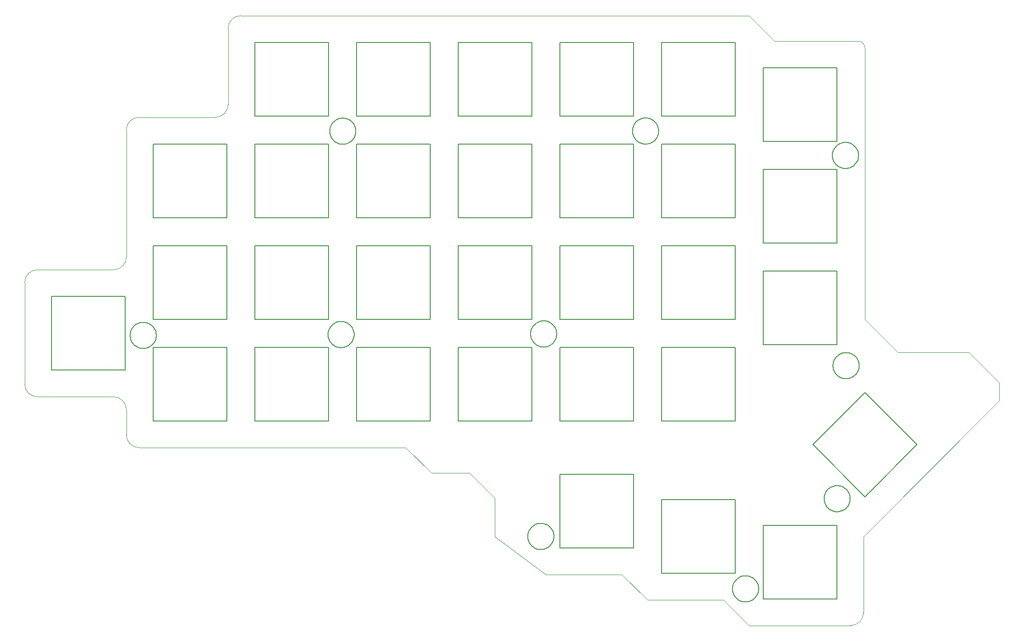
<source format=gbr>
%TF.GenerationSoftware,KiCad,Pcbnew,5.1.9*%
%TF.CreationDate,2021-04-07T23:37:45+02:00*%
%TF.ProjectId,Crystal-Zeliska-plate,43727973-7461-46c2-9d5a-656c69736b61,rev?*%
%TF.SameCoordinates,Original*%
%TF.FileFunction,Profile,NP*%
%FSLAX46Y46*%
G04 Gerber Fmt 4.6, Leading zero omitted, Abs format (unit mm)*
G04 Created by KiCad (PCBNEW 5.1.9) date 2021-04-07 23:37:45*
%MOMM*%
%LPD*%
G01*
G04 APERTURE LIST*
%TA.AperFunction,Profile*%
%ADD10C,0.100000*%
%TD*%
%TA.AperFunction,Profile*%
%ADD11C,0.200000*%
%TD*%
G04 APERTURE END LIST*
D10*
X63673735Y-115855347D02*
G75*
G02*
X61291216Y-113472143I685J2383204D01*
G01*
X58911241Y-106331847D02*
G75*
G02*
X61291215Y-108709642I3179J-2376793D01*
G01*
X44624244Y-106330347D02*
G75*
G02*
X42241216Y-103947143I176J2383204D01*
G01*
X42239831Y-84928638D02*
G75*
G02*
X44624245Y-82513862I2384589J29998D01*
G01*
X61290396Y-80132617D02*
G75*
G02*
X58911237Y-82514622I-2375976J-6023D01*
G01*
X61285412Y-56322126D02*
G75*
G02*
X63673736Y-53939623I2389008J-6514D01*
G01*
X80345404Y-51557609D02*
G75*
G02*
X77961237Y-53939622I-2380984J-1031D01*
G01*
X80345407Y-37272136D02*
G75*
G02*
X82723737Y-34889624I2379013J3496D01*
G01*
X198464420Y-39698599D02*
G75*
G02*
X199674420Y-40898640I0J-1210041D01*
G01*
X199402863Y-146809643D02*
G75*
G02*
X197024420Y-149187083I-2378443J1003D01*
G01*
X205854420Y-97968640D02*
X219114420Y-97968640D01*
X82723736Y-34889623D02*
X177973736Y-34889623D01*
X80342994Y-51557611D02*
X80341216Y-37272143D01*
X63673736Y-53939623D02*
X77961744Y-53938861D01*
X61292994Y-80132611D02*
X61285413Y-56322126D01*
X44624244Y-82513861D02*
X58911744Y-82513861D01*
X42241216Y-103947143D02*
X42239831Y-84928638D01*
X58911236Y-106327123D02*
X44624244Y-106326361D01*
X61291216Y-113472143D02*
X61291216Y-108709643D01*
X113678716Y-115852123D02*
X63674244Y-115851361D01*
X118441216Y-120614623D02*
X113678716Y-115852123D01*
X125586236Y-120614623D02*
X118441216Y-120614623D01*
X130348736Y-125377123D02*
X125586236Y-120614623D01*
X130348736Y-132522143D02*
X130348736Y-125377123D01*
X139873736Y-139664623D02*
X130348736Y-132522143D01*
X154161236Y-139664623D02*
X139873736Y-139664623D01*
X158923736Y-144427123D02*
X154161236Y-139664623D01*
X173211236Y-144427123D02*
X158923736Y-144427123D01*
X177973736Y-149187083D02*
X173211236Y-144427123D01*
X197023736Y-149187083D02*
X177973736Y-149187083D01*
X199403716Y-132522143D02*
X199403716Y-146809643D01*
X224857219Y-107068640D02*
X199403716Y-132522143D01*
X224854420Y-103708640D02*
X224857219Y-107068640D01*
X219114420Y-97968640D02*
X224854420Y-103708640D01*
X199674420Y-91788640D02*
X205854420Y-97968640D01*
X199674420Y-40898640D02*
X199674420Y-91788640D01*
X182736236Y-39652123D02*
X198464420Y-39698640D01*
X177973736Y-34889623D02*
X182736236Y-39652123D01*
D11*
X180597556Y-144183283D02*
X194397376Y-144183283D01*
X194397376Y-130383463D02*
X180597556Y-130383463D01*
X194397376Y-130383463D02*
X194397376Y-144183283D01*
X180597556Y-144183283D02*
X180597556Y-130383463D01*
X189924436Y-115288243D02*
X199683116Y-105532103D01*
X209441796Y-115288243D02*
X199683116Y-125046923D01*
X209441796Y-115288243D02*
X199683116Y-105532103D01*
X189924436Y-115288243D02*
X199683116Y-125046923D01*
X180597556Y-96558283D02*
X194397376Y-96558283D01*
X194397376Y-82758463D02*
X180597556Y-82758463D01*
X194397376Y-82758463D02*
X194397376Y-96558283D01*
X180597556Y-96558283D02*
X180597556Y-82758463D01*
X180597556Y-77508283D02*
X180597556Y-63708463D01*
X194397376Y-63708463D02*
X194397376Y-77508283D01*
X194397376Y-63708463D02*
X180597556Y-63708463D01*
X180597556Y-77508283D02*
X194397376Y-77508283D01*
X180597556Y-58458283D02*
X194397376Y-58458283D01*
X194397376Y-44658463D02*
X180597556Y-44658463D01*
X194397376Y-44658463D02*
X194397376Y-58458283D01*
X180597556Y-58458283D02*
X180597556Y-44658463D01*
X161547556Y-110845783D02*
X175347376Y-110845783D01*
X175347376Y-97045963D02*
X161547556Y-97045963D01*
X175347376Y-97045963D02*
X175347376Y-110845783D01*
X161547556Y-110845783D02*
X161547556Y-97045963D01*
X161547556Y-91795783D02*
X175347376Y-91795783D01*
X175347376Y-77995963D02*
X161547556Y-77995963D01*
X175347376Y-77995963D02*
X175347376Y-91795783D01*
X161547556Y-91795783D02*
X161547556Y-77995963D01*
X161547556Y-72745783D02*
X161547556Y-58945963D01*
X175347376Y-58945963D02*
X175347376Y-72745783D01*
X175347376Y-58945963D02*
X161547556Y-58945963D01*
X161547556Y-72745783D02*
X175347376Y-72745783D01*
X142497556Y-134658283D02*
X142497556Y-120858463D01*
X156297376Y-120858463D02*
X156297376Y-134658283D01*
X156297376Y-120858463D02*
X142497556Y-120858463D01*
X142497556Y-134658283D02*
X156297376Y-134658283D01*
X142497556Y-110845783D02*
X156297376Y-110845783D01*
X156297376Y-97045963D02*
X142497556Y-97045963D01*
X156297376Y-97045963D02*
X156297376Y-110845783D01*
X142497556Y-110845783D02*
X142497556Y-97045963D01*
X142497556Y-91795783D02*
X156297376Y-91795783D01*
X156297376Y-77995963D02*
X142497556Y-77995963D01*
X156297376Y-77995963D02*
X156297376Y-91795783D01*
X142497556Y-91795783D02*
X142497556Y-77995963D01*
X142497556Y-72745783D02*
X142497556Y-58945963D01*
X156297376Y-58945963D02*
X156297376Y-72745783D01*
X156297376Y-58945963D02*
X142497556Y-58945963D01*
X142497556Y-72745783D02*
X156297376Y-72745783D01*
X142497556Y-53695783D02*
X142497556Y-39895963D01*
X156297376Y-39895963D02*
X156297376Y-53695783D01*
X156297376Y-39895963D02*
X142497556Y-39895963D01*
X142497556Y-53695783D02*
X156297376Y-53695783D01*
X123447556Y-110845783D02*
X137247376Y-110845783D01*
X137247376Y-97045963D02*
X123447556Y-97045963D01*
X137247376Y-97045963D02*
X137247376Y-110845783D01*
X123447556Y-110845783D02*
X123447556Y-97045963D01*
X123447556Y-91795783D02*
X123447556Y-77995963D01*
X137247376Y-77995963D02*
X137247376Y-91795783D01*
X137247376Y-77995963D02*
X123447556Y-77995963D01*
X123447556Y-91795783D02*
X137247376Y-91795783D01*
X123447556Y-72745783D02*
X123447556Y-58945963D01*
X137247376Y-58945963D02*
X137247376Y-72745783D01*
X137247376Y-58945963D02*
X123447556Y-58945963D01*
X123447556Y-72745783D02*
X137247376Y-72745783D01*
X123447556Y-53695783D02*
X123447556Y-39895963D01*
X137247376Y-39895963D02*
X137247376Y-53695783D01*
X137247376Y-39895963D02*
X123447556Y-39895963D01*
X123447556Y-53695783D02*
X137247376Y-53695783D01*
X104397556Y-110845783D02*
X118197376Y-110845783D01*
X118197376Y-97045963D02*
X104397556Y-97045963D01*
X118197376Y-97045963D02*
X118197376Y-110845783D01*
X104397556Y-110845783D02*
X104397556Y-97045963D01*
X104397556Y-72745783D02*
X104397556Y-58945963D01*
X118197376Y-58945963D02*
X118197376Y-72745783D01*
X118197376Y-58945963D02*
X104397556Y-58945963D01*
X104397556Y-72745783D02*
X118197376Y-72745783D01*
X104397556Y-53695783D02*
X104397556Y-39895963D01*
X118197376Y-39895963D02*
X118197376Y-53695783D01*
X118197376Y-39895963D02*
X104397556Y-39895963D01*
X104397556Y-53695783D02*
X118197376Y-53695783D01*
X85347556Y-110845783D02*
X85347556Y-97045963D01*
X99147376Y-97045963D02*
X99147376Y-110845783D01*
X99147376Y-97045963D02*
X85347556Y-97045963D01*
X85347556Y-110845783D02*
X99147376Y-110845783D01*
X85347556Y-91795783D02*
X99147376Y-91795783D01*
X99147376Y-77995963D02*
X85347556Y-77995963D01*
X99147376Y-77995963D02*
X99147376Y-91795783D01*
X85347556Y-91795783D02*
X85347556Y-77995963D01*
X85347556Y-72745783D02*
X99147376Y-72745783D01*
X99147376Y-58945963D02*
X85347556Y-58945963D01*
X99147376Y-58945963D02*
X99147376Y-72745783D01*
X85347556Y-72745783D02*
X85347556Y-58945963D01*
X85347556Y-53695783D02*
X99147376Y-53695783D01*
X99147376Y-39895963D02*
X85347556Y-39895963D01*
X99147376Y-39895963D02*
X99147376Y-53695783D01*
X85347556Y-53695783D02*
X85347556Y-39895963D01*
X47247556Y-101320783D02*
X47247556Y-87520963D01*
X61047376Y-87520963D02*
X61047376Y-101320783D01*
X61047376Y-87520963D02*
X47247556Y-87520963D01*
X47247556Y-101320783D02*
X61047376Y-101320783D01*
X66297556Y-91795783D02*
X80097376Y-91795783D01*
X80097376Y-77995963D02*
X66297556Y-77995963D01*
X80097376Y-77995963D02*
X80097376Y-91795783D01*
X66297556Y-91795783D02*
X66297556Y-77995963D01*
X104397556Y-91795783D02*
X118197376Y-91795783D01*
X118197376Y-77995963D02*
X104397556Y-77995963D01*
X118197376Y-77995963D02*
X118197376Y-91795783D01*
X104397556Y-91795783D02*
X104397556Y-77995963D01*
X66297556Y-110845783D02*
X66297556Y-97045963D01*
X80097376Y-97045963D02*
X80097376Y-110845783D01*
X80097376Y-97045963D02*
X66297556Y-97045963D01*
X66297556Y-110845783D02*
X80097376Y-110845783D01*
X66297556Y-72745783D02*
X80097376Y-72745783D01*
X80097376Y-58945963D02*
X66297556Y-58945963D01*
X80097376Y-58945963D02*
X80097376Y-72745783D01*
X66297556Y-72745783D02*
X66297556Y-58945963D01*
X161547556Y-53695783D02*
X175347376Y-53695783D01*
X175347376Y-39895963D02*
X161547556Y-39895963D01*
X175347376Y-39895963D02*
X175347376Y-53695783D01*
X161547556Y-53695783D02*
X161547556Y-39895963D01*
X161547556Y-139420783D02*
X161547556Y-125620963D01*
X175347376Y-125620963D02*
X175347376Y-139420783D01*
X175347376Y-125620963D02*
X161547556Y-125620963D01*
X161547556Y-139420783D02*
X175347376Y-139420783D01*
X101839271Y-54090077D02*
X101839271Y-54090077D01*
X158579307Y-54070004D02*
X158579307Y-54070004D01*
X103571682Y-54807666D02*
X103391977Y-54644915D01*
X103391977Y-54644915D02*
X103198531Y-54501705D01*
X103198531Y-54501705D02*
X102992952Y-54378703D01*
X102992952Y-54378703D02*
X102776845Y-54276572D01*
X102776845Y-54276572D02*
X102551816Y-54195978D01*
X102551816Y-54195978D02*
X102319474Y-54137588D01*
X102319474Y-54137588D02*
X102081423Y-54102065D01*
X102081423Y-54102065D02*
X101839271Y-54090077D01*
X104289271Y-56540077D02*
X104277282Y-56297924D01*
X104277282Y-56297924D02*
X104241759Y-56059873D01*
X104241759Y-56059873D02*
X104183369Y-55827531D01*
X104183369Y-55827531D02*
X104102775Y-55602503D01*
X104102775Y-55602503D02*
X104000644Y-55386395D01*
X104000644Y-55386395D02*
X103877641Y-55180816D01*
X103877641Y-55180816D02*
X103734432Y-54987370D01*
X103734432Y-54987370D02*
X103571682Y-54807666D01*
X102776845Y-58803582D02*
X103025700Y-58683715D01*
X103025700Y-58683715D02*
X103256380Y-58538794D01*
X103256380Y-58538794D02*
X103467507Y-58370879D01*
X103467507Y-58370879D02*
X103657706Y-58182029D01*
X103657706Y-58182029D02*
X103825600Y-57974304D01*
X103825600Y-57974304D02*
X103969814Y-57749763D01*
X103969814Y-57749763D02*
X104088972Y-57510466D01*
X104088972Y-57510466D02*
X104181696Y-57258472D01*
X104181696Y-57258472D02*
X104246612Y-56995841D01*
X104246612Y-56995841D02*
X104282343Y-56724631D01*
X104282343Y-56724631D02*
X104289271Y-56540077D01*
X100106859Y-58272489D02*
X100312834Y-58456530D01*
X100312834Y-58456530D02*
X100535001Y-58614191D01*
X100535001Y-58614191D02*
X100770929Y-58744989D01*
X100770929Y-58744989D02*
X101018189Y-58848440D01*
X101018189Y-58848440D02*
X101274353Y-58924062D01*
X101274353Y-58924062D02*
X101536989Y-58971370D01*
X101536989Y-58971370D02*
X101803671Y-58989882D01*
X101803671Y-58989882D02*
X102071967Y-58979114D01*
X102071967Y-58979114D02*
X102339449Y-58938584D01*
X102339449Y-58938584D02*
X102603687Y-58867808D01*
X102603687Y-58867808D02*
X102776845Y-58803582D01*
X99575765Y-55602503D02*
X99484556Y-55863229D01*
X99484556Y-55863229D02*
X99423916Y-56128818D01*
X99423916Y-56128818D02*
X99393360Y-56396842D01*
X99393360Y-56396842D02*
X99392406Y-56664869D01*
X99392406Y-56664869D02*
X99420571Y-56930472D01*
X99420571Y-56930472D02*
X99477370Y-57191221D01*
X99477370Y-57191221D02*
X99562322Y-57444687D01*
X99562322Y-57444687D02*
X99674943Y-57688440D01*
X99674943Y-57688440D02*
X99814749Y-57920051D01*
X99814749Y-57920051D02*
X99981257Y-58137090D01*
X99981257Y-58137090D02*
X100106859Y-58272489D01*
X101839271Y-54090077D02*
X101563487Y-54105586D01*
X101563487Y-54105586D02*
X101294908Y-54151199D01*
X101294908Y-54151199D02*
X101035593Y-54225537D01*
X101035593Y-54225537D02*
X100787603Y-54327225D01*
X100787603Y-54327225D02*
X100552995Y-54454888D01*
X100552995Y-54454888D02*
X100333831Y-54607148D01*
X100333831Y-54607148D02*
X100132169Y-54782631D01*
X100132169Y-54782631D02*
X99950068Y-54979959D01*
X99950068Y-54979959D02*
X99789589Y-55197756D01*
X99789589Y-55197756D02*
X99652791Y-55434647D01*
X99652791Y-55434647D02*
X99575765Y-55602503D01*
X101529131Y-92210138D02*
X101529131Y-92210138D01*
X161029307Y-56520004D02*
X161016657Y-56269505D01*
X161016657Y-56269505D02*
X160979531Y-56026243D01*
X160979531Y-56026243D02*
X160919159Y-55791448D01*
X160919159Y-55791448D02*
X160836773Y-55566353D01*
X160836773Y-55566353D02*
X160733605Y-55352188D01*
X160733605Y-55352188D02*
X160610885Y-55150185D01*
X160610885Y-55150185D02*
X160469846Y-54961576D01*
X160469846Y-54961576D02*
X160311718Y-54787592D01*
X160311718Y-54787592D02*
X160137734Y-54629464D01*
X160137734Y-54629464D02*
X159949125Y-54488425D01*
X159949125Y-54488425D02*
X159747122Y-54365705D01*
X159747122Y-54365705D02*
X159532957Y-54262537D01*
X159532957Y-54262537D02*
X159307862Y-54180151D01*
X159307862Y-54180151D02*
X159073067Y-54119779D01*
X159073067Y-54119779D02*
X158829805Y-54082653D01*
X158829805Y-54082653D02*
X158579307Y-54070004D01*
X159516881Y-58783509D02*
X159765736Y-58663641D01*
X159765736Y-58663641D02*
X159996416Y-58518720D01*
X159996416Y-58518720D02*
X160207543Y-58350805D01*
X160207543Y-58350805D02*
X160397742Y-58161955D01*
X160397742Y-58161955D02*
X160565637Y-57954230D01*
X160565637Y-57954230D02*
X160709851Y-57729690D01*
X160709851Y-57729690D02*
X160829008Y-57490393D01*
X160829008Y-57490393D02*
X160921733Y-57238399D01*
X160921733Y-57238399D02*
X160986648Y-56975767D01*
X160986648Y-56975767D02*
X161022379Y-56704558D01*
X161022379Y-56704558D02*
X161029307Y-56520004D01*
X156846895Y-58252416D02*
X157052870Y-58436457D01*
X157052870Y-58436457D02*
X157275037Y-58594118D01*
X157275037Y-58594118D02*
X157510965Y-58724916D01*
X157510965Y-58724916D02*
X157758225Y-58828367D01*
X157758225Y-58828367D02*
X158014389Y-58903988D01*
X158014389Y-58903988D02*
X158277025Y-58951297D01*
X158277025Y-58951297D02*
X158543707Y-58969808D01*
X158543707Y-58969808D02*
X158812003Y-58959041D01*
X158812003Y-58959041D02*
X159079485Y-58918511D01*
X159079485Y-58918511D02*
X159343723Y-58847735D01*
X159343723Y-58847735D02*
X159516881Y-58783509D01*
X156315802Y-55582429D02*
X156224593Y-55843155D01*
X156224593Y-55843155D02*
X156163952Y-56108745D01*
X156163952Y-56108745D02*
X156133396Y-56376768D01*
X156133396Y-56376768D02*
X156132442Y-56644796D01*
X156132442Y-56644796D02*
X156160607Y-56910399D01*
X156160607Y-56910399D02*
X156217406Y-57171148D01*
X156217406Y-57171148D02*
X156302358Y-57424614D01*
X156302358Y-57424614D02*
X156414979Y-57668367D01*
X156414979Y-57668367D02*
X156554785Y-57899977D01*
X156554785Y-57899977D02*
X156721293Y-58117017D01*
X156721293Y-58117017D02*
X156846895Y-58252416D01*
X158579307Y-54070004D02*
X158303523Y-54085513D01*
X158303523Y-54085513D02*
X158034944Y-54131125D01*
X158034944Y-54131125D02*
X157775629Y-54205464D01*
X157775629Y-54205464D02*
X157527639Y-54307152D01*
X157527639Y-54307152D02*
X157293031Y-54434814D01*
X157293031Y-54434814D02*
X157073867Y-54587075D01*
X157073867Y-54587075D02*
X156872205Y-54762557D01*
X156872205Y-54762557D02*
X156690105Y-54959885D01*
X156690105Y-54959885D02*
X156529626Y-55177682D01*
X156529626Y-55177682D02*
X156392827Y-55414573D01*
X156392827Y-55414573D02*
X156315802Y-55582429D01*
X64449197Y-92370158D02*
X64449197Y-92370158D01*
X103979132Y-94660138D02*
X103966482Y-94409639D01*
X103966482Y-94409639D02*
X103929356Y-94166377D01*
X103929356Y-94166377D02*
X103868984Y-93931583D01*
X103868984Y-93931583D02*
X103786598Y-93706487D01*
X103786598Y-93706487D02*
X103683430Y-93492322D01*
X103683430Y-93492322D02*
X103560710Y-93290319D01*
X103560710Y-93290319D02*
X103419670Y-93101710D01*
X103419670Y-93101710D02*
X103261543Y-92927726D01*
X103261543Y-92927726D02*
X103087559Y-92769599D01*
X103087559Y-92769599D02*
X102898949Y-92628559D01*
X102898949Y-92628559D02*
X102696946Y-92505839D01*
X102696946Y-92505839D02*
X102482781Y-92402671D01*
X102482781Y-92402671D02*
X102257686Y-92320285D01*
X102257686Y-92320285D02*
X102022891Y-92259913D01*
X102022891Y-92259913D02*
X101779629Y-92222787D01*
X101779629Y-92222787D02*
X101529131Y-92210138D01*
X102466706Y-96923643D02*
X102715561Y-96803776D01*
X102715561Y-96803776D02*
X102946241Y-96658855D01*
X102946241Y-96658855D02*
X103157368Y-96490940D01*
X103157368Y-96490940D02*
X103347567Y-96302090D01*
X103347567Y-96302090D02*
X103515461Y-96094365D01*
X103515461Y-96094365D02*
X103659675Y-95869824D01*
X103659675Y-95869824D02*
X103778833Y-95630527D01*
X103778833Y-95630527D02*
X103871557Y-95378533D01*
X103871557Y-95378533D02*
X103936473Y-95115902D01*
X103936473Y-95115902D02*
X103972204Y-94844692D01*
X103972204Y-94844692D02*
X103979132Y-94660138D01*
X99796720Y-96392550D02*
X100002695Y-96576591D01*
X100002695Y-96576591D02*
X100224862Y-96734252D01*
X100224862Y-96734252D02*
X100460790Y-96865050D01*
X100460790Y-96865050D02*
X100708050Y-96968501D01*
X100708050Y-96968501D02*
X100964214Y-97044123D01*
X100964214Y-97044123D02*
X101226850Y-97091431D01*
X101226850Y-97091431D02*
X101493532Y-97109943D01*
X101493532Y-97109943D02*
X101761828Y-97099175D01*
X101761828Y-97099175D02*
X102029310Y-97058645D01*
X102029310Y-97058645D02*
X102293548Y-96987869D01*
X102293548Y-96987869D02*
X102466706Y-96923643D01*
X99265626Y-93722564D02*
X99174417Y-93983290D01*
X99174417Y-93983290D02*
X99113777Y-94248879D01*
X99113777Y-94248879D02*
X99083221Y-94516903D01*
X99083221Y-94516903D02*
X99082267Y-94784930D01*
X99082267Y-94784930D02*
X99110432Y-95050533D01*
X99110432Y-95050533D02*
X99167231Y-95311282D01*
X99167231Y-95311282D02*
X99252183Y-95564748D01*
X99252183Y-95564748D02*
X99364804Y-95808501D01*
X99364804Y-95808501D02*
X99504610Y-96040112D01*
X99504610Y-96040112D02*
X99671118Y-96257151D01*
X99671118Y-96257151D02*
X99796720Y-96392550D01*
X101529131Y-92210138D02*
X101253347Y-92225647D01*
X101253347Y-92225647D02*
X100984768Y-92271260D01*
X100984768Y-92271260D02*
X100725454Y-92345598D01*
X100725454Y-92345598D02*
X100477463Y-92447286D01*
X100477463Y-92447286D02*
X100242856Y-92574949D01*
X100242856Y-92574949D02*
X100023692Y-92727209D01*
X100023692Y-92727209D02*
X99822030Y-92902692D01*
X99822030Y-92902692D02*
X99639929Y-93100020D01*
X99639929Y-93100020D02*
X99479450Y-93317817D01*
X99479450Y-93317817D02*
X99342652Y-93554708D01*
X99342652Y-93554708D02*
X99265626Y-93722564D01*
X194459347Y-122970075D02*
X194459347Y-122970075D01*
X66181610Y-93087747D02*
X66001904Y-92924996D01*
X66001904Y-92924996D02*
X65808459Y-92781786D01*
X65808459Y-92781786D02*
X65602879Y-92658784D01*
X65602879Y-92658784D02*
X65386772Y-92556653D01*
X65386772Y-92556653D02*
X65161743Y-92476059D01*
X65161743Y-92476059D02*
X64929400Y-92417669D01*
X64929400Y-92417669D02*
X64691349Y-92382146D01*
X64691349Y-92382146D02*
X64449197Y-92370158D01*
X66899198Y-94820158D02*
X66887209Y-94578005D01*
X66887209Y-94578005D02*
X66851687Y-94339954D01*
X66851687Y-94339954D02*
X66793296Y-94107612D01*
X66793296Y-94107612D02*
X66712703Y-93882584D01*
X66712703Y-93882584D02*
X66610572Y-93666476D01*
X66610572Y-93666476D02*
X66487569Y-93460897D01*
X66487569Y-93460897D02*
X66344360Y-93267451D01*
X66344360Y-93267451D02*
X66181610Y-93087747D01*
X64449197Y-97270159D02*
X64699695Y-97257509D01*
X64699695Y-97257509D02*
X64942957Y-97220383D01*
X64942957Y-97220383D02*
X65177752Y-97160011D01*
X65177752Y-97160011D02*
X65402848Y-97077625D01*
X65402848Y-97077625D02*
X65617013Y-96974457D01*
X65617013Y-96974457D02*
X65819016Y-96851737D01*
X65819016Y-96851737D02*
X66007625Y-96710697D01*
X66007625Y-96710697D02*
X66181609Y-96552570D01*
X66181609Y-96552570D02*
X66339737Y-96378586D01*
X66339737Y-96378586D02*
X66480776Y-96189976D01*
X66480776Y-96189976D02*
X66603496Y-95987973D01*
X66603496Y-95987973D02*
X66706664Y-95773808D01*
X66706664Y-95773808D02*
X66789050Y-95548713D01*
X66789050Y-95548713D02*
X66849422Y-95313918D01*
X66849422Y-95313918D02*
X66886548Y-95070656D01*
X66886548Y-95070656D02*
X66899198Y-94820158D01*
X61999198Y-94820158D02*
X62011847Y-95070656D01*
X62011847Y-95070656D02*
X62048973Y-95313918D01*
X62048973Y-95313918D02*
X62109345Y-95548713D01*
X62109345Y-95548713D02*
X62191731Y-95773808D01*
X62191731Y-95773808D02*
X62294899Y-95987973D01*
X62294899Y-95987973D02*
X62417619Y-96189976D01*
X62417619Y-96189976D02*
X62558658Y-96378586D01*
X62558658Y-96378586D02*
X62716786Y-96552570D01*
X62716786Y-96552570D02*
X62890770Y-96710697D01*
X62890770Y-96710697D02*
X63079379Y-96851737D01*
X63079379Y-96851737D02*
X63281382Y-96974457D01*
X63281382Y-96974457D02*
X63495546Y-97077625D01*
X63495546Y-97077625D02*
X63720642Y-97160011D01*
X63720642Y-97160011D02*
X63955436Y-97220383D01*
X63955436Y-97220383D02*
X64198698Y-97257509D01*
X64198698Y-97257509D02*
X64449197Y-97270159D01*
X64449197Y-92370158D02*
X64198698Y-92382807D01*
X64198698Y-92382807D02*
X63955436Y-92419933D01*
X63955436Y-92419933D02*
X63720642Y-92480305D01*
X63720642Y-92480305D02*
X63495546Y-92562691D01*
X63495546Y-92562691D02*
X63281382Y-92665859D01*
X63281382Y-92665859D02*
X63079379Y-92788579D01*
X63079379Y-92788579D02*
X62890770Y-92929619D01*
X62890770Y-92929619D02*
X62716786Y-93087746D01*
X62716786Y-93087746D02*
X62558658Y-93261730D01*
X62558658Y-93261730D02*
X62417619Y-93450339D01*
X62417619Y-93450339D02*
X62294899Y-93652342D01*
X62294899Y-93652342D02*
X62191731Y-93866507D01*
X62191731Y-93866507D02*
X62109345Y-94091603D01*
X62109345Y-94091603D02*
X62048973Y-94326397D01*
X62048973Y-94326397D02*
X62011847Y-94569659D01*
X62011847Y-94569659D02*
X61999198Y-94820158D01*
X177309267Y-139870091D02*
X177309267Y-139870091D01*
X196191759Y-123687663D02*
X196012054Y-123524912D01*
X196012054Y-123524912D02*
X195818608Y-123381703D01*
X195818608Y-123381703D02*
X195613028Y-123258700D01*
X195613028Y-123258700D02*
X195396921Y-123156570D01*
X195396921Y-123156570D02*
X195171893Y-123075976D01*
X195171893Y-123075976D02*
X194939550Y-123017586D01*
X194939550Y-123017586D02*
X194701499Y-122982063D01*
X194701499Y-122982063D02*
X194459347Y-122970075D01*
X196909347Y-125420075D02*
X196897358Y-125177922D01*
X196897358Y-125177922D02*
X196861836Y-124939871D01*
X196861836Y-124939871D02*
X196803445Y-124707528D01*
X196803445Y-124707528D02*
X196722852Y-124482500D01*
X196722852Y-124482500D02*
X196620721Y-124266392D01*
X196620721Y-124266392D02*
X196497718Y-124060813D01*
X196497718Y-124060813D02*
X196354509Y-123867367D01*
X196354509Y-123867367D02*
X196191759Y-123687663D01*
X195396921Y-127683580D02*
X195645776Y-127563712D01*
X195645776Y-127563712D02*
X195876456Y-127418791D01*
X195876456Y-127418791D02*
X196087583Y-127250876D01*
X196087583Y-127250876D02*
X196277782Y-127062026D01*
X196277782Y-127062026D02*
X196445677Y-126854301D01*
X196445677Y-126854301D02*
X196589891Y-126629761D01*
X196589891Y-126629761D02*
X196709048Y-126390464D01*
X196709048Y-126390464D02*
X196801773Y-126138470D01*
X196801773Y-126138470D02*
X196866688Y-125875838D01*
X196866688Y-125875838D02*
X196902419Y-125604629D01*
X196902419Y-125604629D02*
X196909347Y-125420075D01*
X192726935Y-127152487D02*
X192932910Y-127336528D01*
X192932910Y-127336528D02*
X193155077Y-127494189D01*
X193155077Y-127494189D02*
X193391005Y-127624987D01*
X193391005Y-127624987D02*
X193638265Y-127728438D01*
X193638265Y-127728438D02*
X193894429Y-127804059D01*
X193894429Y-127804059D02*
X194157065Y-127851368D01*
X194157065Y-127851368D02*
X194423747Y-127869879D01*
X194423747Y-127869879D02*
X194692043Y-127859112D01*
X194692043Y-127859112D02*
X194959525Y-127818582D01*
X194959525Y-127818582D02*
X195223763Y-127747806D01*
X195223763Y-127747806D02*
X195396921Y-127683580D01*
X192195842Y-124482500D02*
X192104633Y-124743226D01*
X192104633Y-124743226D02*
X192043992Y-125008816D01*
X192043992Y-125008816D02*
X192013436Y-125276839D01*
X192013436Y-125276839D02*
X192012482Y-125544867D01*
X192012482Y-125544867D02*
X192040647Y-125810470D01*
X192040647Y-125810470D02*
X192097446Y-126071219D01*
X192097446Y-126071219D02*
X192182398Y-126324685D01*
X192182398Y-126324685D02*
X192295019Y-126568438D01*
X192295019Y-126568438D02*
X192434825Y-126800048D01*
X192434825Y-126800048D02*
X192601333Y-127017088D01*
X192601333Y-127017088D02*
X192726935Y-127152487D01*
X194459347Y-122970075D02*
X194183563Y-122985584D01*
X194183563Y-122985584D02*
X193914984Y-123031196D01*
X193914984Y-123031196D02*
X193655669Y-123105535D01*
X193655669Y-123105535D02*
X193407679Y-123207223D01*
X193407679Y-123207223D02*
X193173071Y-123334885D01*
X193173071Y-123334885D02*
X192953907Y-123487146D01*
X192953907Y-123487146D02*
X192752245Y-123662628D01*
X192752245Y-123662628D02*
X192570145Y-123859956D01*
X192570145Y-123859956D02*
X192409666Y-124077753D01*
X192409666Y-124077753D02*
X192272867Y-124314644D01*
X192272867Y-124314644D02*
X192195842Y-124482500D01*
X138959336Y-130050070D02*
X138959336Y-130050070D01*
X179041679Y-140587680D02*
X178861974Y-140424929D01*
X178861974Y-140424929D02*
X178668528Y-140281719D01*
X178668528Y-140281719D02*
X178462948Y-140158717D01*
X178462948Y-140158717D02*
X178246841Y-140056586D01*
X178246841Y-140056586D02*
X178021813Y-139975992D01*
X178021813Y-139975992D02*
X177789470Y-139917602D01*
X177789470Y-139917602D02*
X177551419Y-139882079D01*
X177551419Y-139882079D02*
X177309267Y-139870091D01*
X179759267Y-142320091D02*
X179747278Y-142077938D01*
X179747278Y-142077938D02*
X179711756Y-141839887D01*
X179711756Y-141839887D02*
X179653365Y-141607545D01*
X179653365Y-141607545D02*
X179572772Y-141382517D01*
X179572772Y-141382517D02*
X179470641Y-141166409D01*
X179470641Y-141166409D02*
X179347638Y-140960830D01*
X179347638Y-140960830D02*
X179204429Y-140767384D01*
X179204429Y-140767384D02*
X179041679Y-140587680D01*
X178246841Y-144583596D02*
X178495696Y-144463729D01*
X178495696Y-144463729D02*
X178726376Y-144318808D01*
X178726376Y-144318808D02*
X178937503Y-144150893D01*
X178937503Y-144150893D02*
X179127702Y-143962043D01*
X179127702Y-143962043D02*
X179295597Y-143754318D01*
X179295597Y-143754318D02*
X179439811Y-143529777D01*
X179439811Y-143529777D02*
X179558968Y-143290480D01*
X179558968Y-143290480D02*
X179651693Y-143038486D01*
X179651693Y-143038486D02*
X179716608Y-142775855D01*
X179716608Y-142775855D02*
X179752339Y-142504645D01*
X179752339Y-142504645D02*
X179759267Y-142320091D01*
X175576855Y-144052503D02*
X175782830Y-144236544D01*
X175782830Y-144236544D02*
X176004997Y-144394205D01*
X176004997Y-144394205D02*
X176240925Y-144525003D01*
X176240925Y-144525003D02*
X176488185Y-144628454D01*
X176488185Y-144628454D02*
X176744349Y-144704076D01*
X176744349Y-144704076D02*
X177006985Y-144751384D01*
X177006985Y-144751384D02*
X177273667Y-144769896D01*
X177273667Y-144769896D02*
X177541963Y-144759128D01*
X177541963Y-144759128D02*
X177809445Y-144718598D01*
X177809445Y-144718598D02*
X178073683Y-144647822D01*
X178073683Y-144647822D02*
X178246841Y-144583596D01*
X175045762Y-141382517D02*
X174954553Y-141643243D01*
X174954553Y-141643243D02*
X174893912Y-141908832D01*
X174893912Y-141908832D02*
X174863356Y-142176856D01*
X174863356Y-142176856D02*
X174862402Y-142444883D01*
X174862402Y-142444883D02*
X174890567Y-142710486D01*
X174890567Y-142710486D02*
X174947366Y-142971235D01*
X174947366Y-142971235D02*
X175032318Y-143224701D01*
X175032318Y-143224701D02*
X175144939Y-143468454D01*
X175144939Y-143468454D02*
X175284745Y-143700065D01*
X175284745Y-143700065D02*
X175451253Y-143917104D01*
X175451253Y-143917104D02*
X175576855Y-144052503D01*
X177309267Y-139870091D02*
X177033483Y-139885600D01*
X177033483Y-139885600D02*
X176764904Y-139931212D01*
X176764904Y-139931212D02*
X176505589Y-140005551D01*
X176505589Y-140005551D02*
X176257599Y-140107239D01*
X176257599Y-140107239D02*
X176022991Y-140234902D01*
X176022991Y-140234902D02*
X175803827Y-140387162D01*
X175803827Y-140387162D02*
X175602165Y-140562644D01*
X175602165Y-140562644D02*
X175420065Y-140759972D01*
X175420065Y-140759972D02*
X175259586Y-140977770D01*
X175259586Y-140977770D02*
X175122787Y-141214661D01*
X175122787Y-141214661D02*
X175045762Y-141382517D01*
X139479271Y-92089999D02*
X139479271Y-92089999D01*
X140691748Y-130767659D02*
X140512043Y-130604908D01*
X140512043Y-130604908D02*
X140318597Y-130461699D01*
X140318597Y-130461699D02*
X140113017Y-130338696D01*
X140113017Y-130338696D02*
X139896910Y-130236565D01*
X139896910Y-130236565D02*
X139671882Y-130155971D01*
X139671882Y-130155971D02*
X139439539Y-130097581D01*
X139439539Y-130097581D02*
X139201488Y-130062058D01*
X139201488Y-130062058D02*
X138959336Y-130050070D01*
X141409336Y-132500070D02*
X141397347Y-132257917D01*
X141397347Y-132257917D02*
X141361825Y-132019866D01*
X141361825Y-132019866D02*
X141303434Y-131787524D01*
X141303434Y-131787524D02*
X141222841Y-131562496D01*
X141222841Y-131562496D02*
X141120710Y-131346388D01*
X141120710Y-131346388D02*
X140997707Y-131140809D01*
X140997707Y-131140809D02*
X140854498Y-130947363D01*
X140854498Y-130947363D02*
X140691748Y-130767659D01*
X139896910Y-134763576D02*
X140145765Y-134643708D01*
X140145765Y-134643708D02*
X140376445Y-134498787D01*
X140376445Y-134498787D02*
X140587572Y-134330872D01*
X140587572Y-134330872D02*
X140777771Y-134142022D01*
X140777771Y-134142022D02*
X140945666Y-133934297D01*
X140945666Y-133934297D02*
X141089880Y-133709756D01*
X141089880Y-133709756D02*
X141209037Y-133470459D01*
X141209037Y-133470459D02*
X141301762Y-133218465D01*
X141301762Y-133218465D02*
X141366677Y-132955834D01*
X141366677Y-132955834D02*
X141402408Y-132684624D01*
X141402408Y-132684624D02*
X141409336Y-132500070D01*
X137226924Y-134232482D02*
X137432899Y-134416523D01*
X137432899Y-134416523D02*
X137655066Y-134574184D01*
X137655066Y-134574184D02*
X137890994Y-134704982D01*
X137890994Y-134704982D02*
X138138254Y-134808433D01*
X138138254Y-134808433D02*
X138394418Y-134884055D01*
X138394418Y-134884055D02*
X138657054Y-134931363D01*
X138657054Y-134931363D02*
X138923736Y-134949875D01*
X138923736Y-134949875D02*
X139192032Y-134939108D01*
X139192032Y-134939108D02*
X139459514Y-134898578D01*
X139459514Y-134898578D02*
X139723752Y-134827802D01*
X139723752Y-134827802D02*
X139896910Y-134763576D01*
X136695831Y-131562496D02*
X136604622Y-131823222D01*
X136604622Y-131823222D02*
X136543981Y-132088811D01*
X136543981Y-132088811D02*
X136513425Y-132356835D01*
X136513425Y-132356835D02*
X136512471Y-132624862D01*
X136512471Y-132624862D02*
X136540636Y-132890465D01*
X136540636Y-132890465D02*
X136597435Y-133151214D01*
X136597435Y-133151214D02*
X136682387Y-133404680D01*
X136682387Y-133404680D02*
X136795008Y-133648433D01*
X136795008Y-133648433D02*
X136934814Y-133880044D01*
X136934814Y-133880044D02*
X137101322Y-134097083D01*
X137101322Y-134097083D02*
X137226924Y-134232482D01*
X138959336Y-130050070D02*
X138683552Y-130065579D01*
X138683552Y-130065579D02*
X138414973Y-130111192D01*
X138414973Y-130111192D02*
X138155658Y-130185530D01*
X138155658Y-130185530D02*
X137907668Y-130287218D01*
X137907668Y-130287218D02*
X137673060Y-130414881D01*
X137673060Y-130414881D02*
X137453896Y-130567141D01*
X137453896Y-130567141D02*
X137252234Y-130742624D01*
X137252234Y-130742624D02*
X137070134Y-130939952D01*
X137070134Y-130939952D02*
X136909655Y-131157749D01*
X136909655Y-131157749D02*
X136772856Y-131394640D01*
X136772856Y-131394640D02*
X136695831Y-131562496D01*
X196029326Y-58639982D02*
X196029326Y-58639982D01*
X141211683Y-92807587D02*
X141031978Y-92644836D01*
X141031978Y-92644836D02*
X140838532Y-92501627D01*
X140838532Y-92501627D02*
X140632953Y-92378624D01*
X140632953Y-92378624D02*
X140416845Y-92276494D01*
X140416845Y-92276494D02*
X140191817Y-92195900D01*
X140191817Y-92195900D02*
X139959474Y-92137510D01*
X139959474Y-92137510D02*
X139721423Y-92101987D01*
X139721423Y-92101987D02*
X139479271Y-92089999D01*
X141929272Y-94539999D02*
X141917283Y-94297846D01*
X141917283Y-94297846D02*
X141881760Y-94059795D01*
X141881760Y-94059795D02*
X141823370Y-93827452D01*
X141823370Y-93827452D02*
X141742776Y-93602424D01*
X141742776Y-93602424D02*
X141640645Y-93386316D01*
X141640645Y-93386316D02*
X141517642Y-93180737D01*
X141517642Y-93180737D02*
X141374433Y-92987291D01*
X141374433Y-92987291D02*
X141211683Y-92807587D01*
X139479271Y-96989999D02*
X139729769Y-96977349D01*
X139729769Y-96977349D02*
X139973031Y-96940223D01*
X139973031Y-96940223D02*
X140207826Y-96879851D01*
X140207826Y-96879851D02*
X140432921Y-96797465D01*
X140432921Y-96797465D02*
X140647086Y-96694297D01*
X140647086Y-96694297D02*
X140849089Y-96571577D01*
X140849089Y-96571577D02*
X141037699Y-96430538D01*
X141037699Y-96430538D02*
X141211683Y-96272410D01*
X141211683Y-96272410D02*
X141369810Y-96098426D01*
X141369810Y-96098426D02*
X141510850Y-95909817D01*
X141510850Y-95909817D02*
X141633570Y-95707814D01*
X141633570Y-95707814D02*
X141736738Y-95493649D01*
X141736738Y-95493649D02*
X141819124Y-95268554D01*
X141819124Y-95268554D02*
X141879496Y-95033759D01*
X141879496Y-95033759D02*
X141916622Y-94790497D01*
X141916622Y-94790497D02*
X141929272Y-94539999D01*
X137029271Y-94539999D02*
X137041920Y-94790497D01*
X137041920Y-94790497D02*
X137079046Y-95033759D01*
X137079046Y-95033759D02*
X137139418Y-95268554D01*
X137139418Y-95268554D02*
X137221804Y-95493649D01*
X137221804Y-95493649D02*
X137324972Y-95707814D01*
X137324972Y-95707814D02*
X137447692Y-95909817D01*
X137447692Y-95909817D02*
X137588732Y-96098426D01*
X137588732Y-96098426D02*
X137746859Y-96272410D01*
X137746859Y-96272410D02*
X137920843Y-96430538D01*
X137920843Y-96430538D02*
X138109452Y-96571577D01*
X138109452Y-96571577D02*
X138311455Y-96694297D01*
X138311455Y-96694297D02*
X138525620Y-96797465D01*
X138525620Y-96797465D02*
X138750716Y-96879851D01*
X138750716Y-96879851D02*
X138985510Y-96940223D01*
X138985510Y-96940223D02*
X139228772Y-96977349D01*
X139228772Y-96977349D02*
X139479271Y-96989999D01*
X139479271Y-92089999D02*
X139228772Y-92102648D01*
X139228772Y-92102648D02*
X138985510Y-92139774D01*
X138985510Y-92139774D02*
X138750716Y-92200146D01*
X138750716Y-92200146D02*
X138525620Y-92282532D01*
X138525620Y-92282532D02*
X138311455Y-92385700D01*
X138311455Y-92385700D02*
X138109452Y-92508420D01*
X138109452Y-92508420D02*
X137920843Y-92649459D01*
X137920843Y-92649459D02*
X137746859Y-92807587D01*
X137746859Y-92807587D02*
X137588732Y-92981571D01*
X137588732Y-92981571D02*
X137447692Y-93170180D01*
X137447692Y-93170180D02*
X137324972Y-93372183D01*
X137324972Y-93372183D02*
X137221804Y-93586348D01*
X137221804Y-93586348D02*
X137139418Y-93811443D01*
X137139418Y-93811443D02*
X137079046Y-94046238D01*
X137079046Y-94046238D02*
X137041920Y-94289500D01*
X137041920Y-94289500D02*
X137029271Y-94539999D01*
X196139300Y-98040203D02*
X196139300Y-98040203D01*
X197761738Y-59357570D02*
X197582033Y-59194819D01*
X197582033Y-59194819D02*
X197388587Y-59051610D01*
X197388587Y-59051610D02*
X197183007Y-58928607D01*
X197183007Y-58928607D02*
X196966900Y-58826477D01*
X196966900Y-58826477D02*
X196741872Y-58745883D01*
X196741872Y-58745883D02*
X196509529Y-58687493D01*
X196509529Y-58687493D02*
X196271478Y-58651970D01*
X196271478Y-58651970D02*
X196029326Y-58639982D01*
X198479326Y-61089982D02*
X198467337Y-60847829D01*
X198467337Y-60847829D02*
X198431815Y-60609778D01*
X198431815Y-60609778D02*
X198373424Y-60377435D01*
X198373424Y-60377435D02*
X198292831Y-60152407D01*
X198292831Y-60152407D02*
X198190700Y-59936299D01*
X198190700Y-59936299D02*
X198067697Y-59730720D01*
X198067697Y-59730720D02*
X197924488Y-59537274D01*
X197924488Y-59537274D02*
X197761738Y-59357570D01*
X196966900Y-63353487D02*
X197215755Y-63233620D01*
X197215755Y-63233620D02*
X197446435Y-63088699D01*
X197446435Y-63088699D02*
X197657562Y-62920784D01*
X197657562Y-62920784D02*
X197847761Y-62731934D01*
X197847761Y-62731934D02*
X198015656Y-62524209D01*
X198015656Y-62524209D02*
X198159870Y-62299668D01*
X198159870Y-62299668D02*
X198279027Y-62060371D01*
X198279027Y-62060371D02*
X198371752Y-61808377D01*
X198371752Y-61808377D02*
X198436667Y-61545746D01*
X198436667Y-61545746D02*
X198472398Y-61274536D01*
X198472398Y-61274536D02*
X198479326Y-61089982D01*
X194296914Y-62822394D02*
X194502889Y-63006435D01*
X194502889Y-63006435D02*
X194725056Y-63164096D01*
X194725056Y-63164096D02*
X194960984Y-63294894D01*
X194960984Y-63294894D02*
X195208244Y-63398345D01*
X195208244Y-63398345D02*
X195464408Y-63473967D01*
X195464408Y-63473967D02*
X195727044Y-63521275D01*
X195727044Y-63521275D02*
X195993726Y-63539787D01*
X195993726Y-63539787D02*
X196262022Y-63529019D01*
X196262022Y-63529019D02*
X196529504Y-63488489D01*
X196529504Y-63488489D02*
X196793742Y-63417713D01*
X196793742Y-63417713D02*
X196966900Y-63353487D01*
X193765821Y-60152407D02*
X193674612Y-60413133D01*
X193674612Y-60413133D02*
X193613971Y-60678723D01*
X193613971Y-60678723D02*
X193583415Y-60946746D01*
X193583415Y-60946746D02*
X193582461Y-61214774D01*
X193582461Y-61214774D02*
X193610626Y-61480377D01*
X193610626Y-61480377D02*
X193667425Y-61741126D01*
X193667425Y-61741126D02*
X193752377Y-61994592D01*
X193752377Y-61994592D02*
X193864998Y-62238345D01*
X193864998Y-62238345D02*
X194004804Y-62469956D01*
X194004804Y-62469956D02*
X194171312Y-62686995D01*
X194171312Y-62686995D02*
X194296914Y-62822394D01*
X196029326Y-58639982D02*
X195753542Y-58655491D01*
X195753542Y-58655491D02*
X195484963Y-58701103D01*
X195484963Y-58701103D02*
X195225648Y-58775442D01*
X195225648Y-58775442D02*
X194977658Y-58877130D01*
X194977658Y-58877130D02*
X194743050Y-59004792D01*
X194743050Y-59004792D02*
X194523886Y-59157053D01*
X194523886Y-59157053D02*
X194322224Y-59332535D01*
X194322224Y-59332535D02*
X194140124Y-59529863D01*
X194140124Y-59529863D02*
X193979645Y-59747660D01*
X193979645Y-59747660D02*
X193842846Y-59984551D01*
X193842846Y-59984551D02*
X193765821Y-60152407D01*
X197871712Y-98757791D02*
X197692007Y-98595040D01*
X197692007Y-98595040D02*
X197498561Y-98451831D01*
X197498561Y-98451831D02*
X197292982Y-98328828D01*
X197292982Y-98328828D02*
X197076874Y-98226698D01*
X197076874Y-98226698D02*
X196851846Y-98146104D01*
X196851846Y-98146104D02*
X196619503Y-98087714D01*
X196619503Y-98087714D02*
X196381452Y-98052191D01*
X196381452Y-98052191D02*
X196139300Y-98040203D01*
X198589301Y-100490203D02*
X198577312Y-100248050D01*
X198577312Y-100248050D02*
X198541789Y-100009999D01*
X198541789Y-100009999D02*
X198483399Y-99777656D01*
X198483399Y-99777656D02*
X198402805Y-99552628D01*
X198402805Y-99552628D02*
X198300674Y-99336520D01*
X198300674Y-99336520D02*
X198177671Y-99130941D01*
X198177671Y-99130941D02*
X198034462Y-98937495D01*
X198034462Y-98937495D02*
X197871712Y-98757791D01*
X197076875Y-102753708D02*
X197325730Y-102633840D01*
X197325730Y-102633840D02*
X197556410Y-102488919D01*
X197556410Y-102488919D02*
X197767537Y-102321004D01*
X197767537Y-102321004D02*
X197957736Y-102132154D01*
X197957736Y-102132154D02*
X198125630Y-101924429D01*
X198125630Y-101924429D02*
X198269844Y-101699889D01*
X198269844Y-101699889D02*
X198389002Y-101460592D01*
X198389002Y-101460592D02*
X198481726Y-101208598D01*
X198481726Y-101208598D02*
X198546642Y-100945966D01*
X198546642Y-100945966D02*
X198582373Y-100674757D01*
X198582373Y-100674757D02*
X198589301Y-100490203D01*
X194406889Y-102222615D02*
X194612864Y-102406656D01*
X194612864Y-102406656D02*
X194835031Y-102564317D01*
X194835031Y-102564317D02*
X195070959Y-102695115D01*
X195070959Y-102695115D02*
X195318219Y-102798566D01*
X195318219Y-102798566D02*
X195574383Y-102874187D01*
X195574383Y-102874187D02*
X195837019Y-102921496D01*
X195837019Y-102921496D02*
X196103701Y-102940007D01*
X196103701Y-102940007D02*
X196371997Y-102929240D01*
X196371997Y-102929240D02*
X196639479Y-102888710D01*
X196639479Y-102888710D02*
X196903717Y-102817934D01*
X196903717Y-102817934D02*
X197076875Y-102753708D01*
X193875795Y-99552628D02*
X193784586Y-99813354D01*
X193784586Y-99813354D02*
X193723945Y-100078944D01*
X193723945Y-100078944D02*
X193693390Y-100346967D01*
X193693390Y-100346967D02*
X193692436Y-100614995D01*
X193692436Y-100614995D02*
X193720600Y-100880598D01*
X193720600Y-100880598D02*
X193777400Y-101141347D01*
X193777400Y-101141347D02*
X193862352Y-101394813D01*
X193862352Y-101394813D02*
X193974972Y-101638566D01*
X193974972Y-101638566D02*
X194114778Y-101870177D01*
X194114778Y-101870177D02*
X194281287Y-102087216D01*
X194281287Y-102087216D02*
X194406889Y-102222615D01*
X196139300Y-98040203D02*
X195863516Y-98055712D01*
X195863516Y-98055712D02*
X195594937Y-98101324D01*
X195594937Y-98101324D02*
X195335623Y-98175663D01*
X195335623Y-98175663D02*
X195087632Y-98277351D01*
X195087632Y-98277351D02*
X194853025Y-98405013D01*
X194853025Y-98405013D02*
X194633861Y-98557274D01*
X194633861Y-98557274D02*
X194432199Y-98732756D01*
X194432199Y-98732756D02*
X194250098Y-98930084D01*
X194250098Y-98930084D02*
X194089619Y-99147881D01*
X194089619Y-99147881D02*
X193952821Y-99384772D01*
X193952821Y-99384772D02*
X193875795Y-99552628D01*
M02*

</source>
